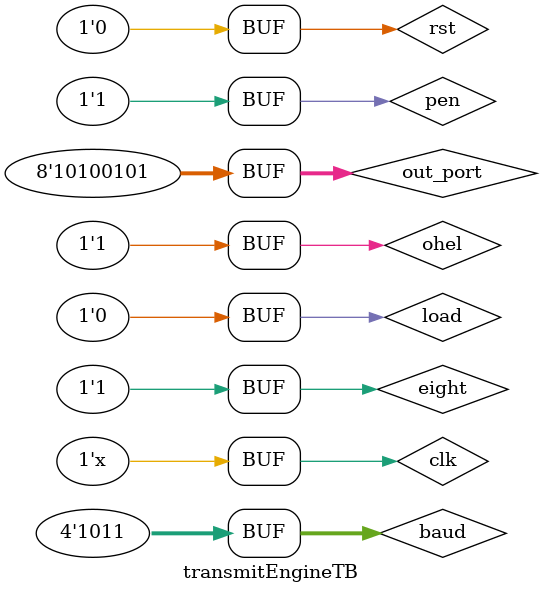
<source format=v>
`timescale 1ns / 1ps

module transmitEngineTB;

	reg clk, rst, eight, pen, ohel, load;
	reg [7:0] out_port;
	reg [3:0] baud;
	
	wire Tx, TxRDY;
	wire [10:0] s_out;						 
	transmit_engine uut(.load(load), .out_port(out_port), .EIGHT(eight), .PEN(pen), 
	                    .OHEL(ohel), .BAUD(baud), .Tx(Tx), .clk(clk), .rst(rst), .TxRDY(TxRDY)
	                    );
	// Create and Toggle the Clk
	always #5 clk = ~clk;

	initial begin
	
		// Initialize Inputs
		clk = 0; rst = 1;
		eight = 0; pen = 0; ohel = 0;
		load = 0; out_port = 8'hA5; baud = 4'b1011;
		
		// Wait 100 ns for global reset to finish
		#100;
        rst = 0; 
		load = 1;
		
		#100;
		
		// Add stimulus here
		
		/*******************************
		 * case = 000
		 * output = 11_0100101_01
		 *******************************/
		 eight = 0; pen = 0; ohel = 0; load = 0;
		 
		 /*******************************
		 * case = 001
		 * output = 11_0100101_01 
		 *******************************/
		 #100;
		 eight = 0; pen = 0; ohel = 1; load = 1;
		 
		 /*******************************
		 * case = 010
		 * output = 11_0100101_01 
		 *******************************/
		 #100;
		 eight = 0; pen = 1; ohel = 0; load = 0;
		 
		 /*******************************
		 * case = 011
		 * output = 10_0100101_01 
		 *******************************/
		 #100;
		 eight = 0; pen = 1; ohel = 1; load = 1;
		 
		 /*******************************
		 * case = 100
		 * output = 10_0100101_01 
		 *******************************/
		 #100;
		 eight = 1; pen = 0; ohel = 0; load = 1;
		 
		 /*******************************
		 * case = 101
		 * output = 11_0100101_01
		 *******************************/
		 #100;
		 eight = 1; pen = 0; ohel = 1; load = 1;
		 
		 /*******************************
		 * case = 110
		 * output = 01_0100101_01
		 *******************************/
		 #100;
		 eight = 1; pen = 1; ohel = 0; load = 1;
		
		/*******************************
		 * case = 111
		 * output = 11_0100101_01
		 *******************************/
		 #100;
		 eight = 1; pen = 1; ohel = 1; load = 1;
		 
		 #1000;
		 load = 0;
		 
		 #1000;
		 load = 1;
		 
		 #1000;
		 load = 0;
		 
		 #1000;
         load = 1;
         
         #1000;
         load = 0;
		 

	end
      
endmodule


</source>
